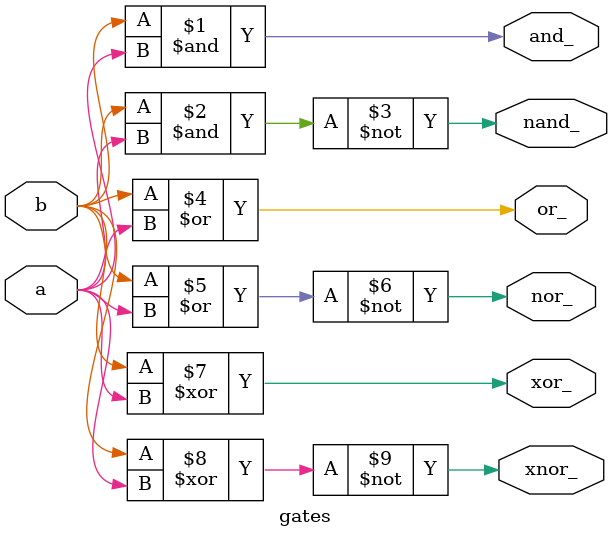
<source format=v>


`timescale 1ns/10ps

module gates (
    a,
    b,
    and_,
    nand_,
    or_,
    nor_,
    xor_,
    xnor_
);


input a;
input b;
output and_;
wire and_;
output nand_;
wire nand_;
output or_;
wire or_;
output nor_;
wire nor_;
output xor_;
wire xor_;
output xnor_;
wire xnor_;







assign and_ = (b & a);
assign nand_ = (~(b & a));
assign or_ = (b | a);
assign nor_ = (~(b | a));
assign xor_ = (b ^ a);
assign xnor_ = (~(b ^ a));

endmodule

</source>
